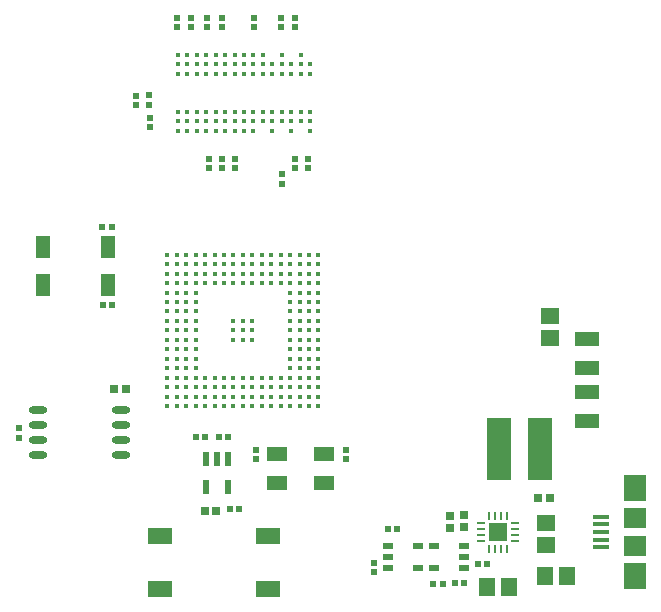
<source format=gbr>
%TF.GenerationSoftware,Altium Limited,Altium Designer,20.0.12 (288)*%
G04 Layer_Color=8421504*
%FSLAX43Y43*%
%MOMM*%
%TF.FileFunction,Paste,Top*%
%TF.Part,Single*%
G01*
G75*
%TA.AperFunction,SMDPad,CuDef*%
%ADD10R,0.580X0.540*%
G04:AMPARAMS|DCode=11|XSize=0.55mm|YSize=0.8mm|CornerRadius=0.05mm|HoleSize=0mm|Usage=FLASHONLY|Rotation=270.000|XOffset=0mm|YOffset=0mm|HoleType=Round|Shape=RoundedRectangle|*
%AMROUNDEDRECTD11*
21,1,0.550,0.701,0,0,270.0*
21,1,0.451,0.800,0,0,270.0*
1,1,0.099,-0.351,-0.226*
1,1,0.099,-0.351,0.226*
1,1,0.099,0.351,0.226*
1,1,0.099,0.351,-0.226*
%
%ADD11ROUNDEDRECTD11*%
%ADD12R,0.650X0.650*%
G04:AMPARAMS|DCode=13|XSize=0.25mm|YSize=0.6mm|CornerRadius=0.05mm|HoleSize=0mm|Usage=FLASHONLY|Rotation=0.000|XOffset=0mm|YOffset=0mm|HoleType=Round|Shape=RoundedRectangle|*
%AMROUNDEDRECTD13*
21,1,0.250,0.500,0,0,0.0*
21,1,0.150,0.600,0,0,0.0*
1,1,0.100,0.075,-0.250*
1,1,0.100,-0.075,-0.250*
1,1,0.100,-0.075,0.250*
1,1,0.100,0.075,0.250*
%
%ADD13ROUNDEDRECTD13*%
G04:AMPARAMS|DCode=14|XSize=0.25mm|YSize=0.6mm|CornerRadius=0.05mm|HoleSize=0mm|Usage=FLASHONLY|Rotation=270.000|XOffset=0mm|YOffset=0mm|HoleType=Round|Shape=RoundedRectangle|*
%AMROUNDEDRECTD14*
21,1,0.250,0.500,0,0,270.0*
21,1,0.150,0.600,0,0,270.0*
1,1,0.100,-0.250,-0.075*
1,1,0.100,-0.250,0.075*
1,1,0.100,0.250,0.075*
1,1,0.100,0.250,-0.075*
%
%ADD14ROUNDEDRECTD14*%
%ADD16R,0.540X0.580*%
%ADD17R,1.800X1.200*%
%ADD18R,0.650X0.650*%
%ADD19R,2.100X1.400*%
%ADD20O,1.550X0.600*%
%TA.AperFunction,BGAPad,CuDef*%
%ADD21C,0.370*%
%TA.AperFunction,SMDPad,CuDef*%
%ADD22R,1.300X1.900*%
%TA.AperFunction,BGAPad,CuDef*%
%ADD23C,0.400*%
%TA.AperFunction,ConnectorPad*%
%ADD24R,0.540X0.580*%
%TA.AperFunction,SMDPad,CuDef*%
%ADD25R,1.450X1.550*%
%ADD26R,1.900X1.800*%
%ADD27R,1.900X2.300*%
%ADD28R,1.400X0.400*%
%ADD29R,1.550X1.450*%
%ADD30R,2.000X5.300*%
%TA.AperFunction,ConnectorPad*%
%ADD31R,2.000X1.200*%
%ADD32R,0.551X1.311*%
%TA.AperFunction,OtherPad,Pad U3-17 (119.58mm,47.8mm)*%
G04:AMPARAMS|DCode=77|XSize=1.55mm|YSize=1.55mm|CornerRadius=0.047mm|HoleSize=0mm|Usage=FLASHONLY|Rotation=270.000|XOffset=0mm|YOffset=0mm|HoleType=Round|Shape=RoundedRectangle|*
%AMROUNDEDRECTD77*
21,1,1.550,1.457,0,0,270.0*
21,1,1.457,1.550,0,0,270.0*
1,1,0.093,-0.729,-0.729*
1,1,0.093,-0.729,0.729*
1,1,0.093,0.729,0.729*
1,1,0.093,0.729,-0.729*
%
%ADD77ROUNDEDRECTD77*%
D10*
X118627Y45096D02*
D03*
X117847D02*
D03*
X111041Y48057D02*
D03*
X110261D02*
D03*
X96707Y55855D02*
D03*
X95927D02*
D03*
X94031D02*
D03*
X94811D02*
D03*
X96892Y49733D02*
D03*
X97672D02*
D03*
X86097Y67056D02*
D03*
X86877D02*
D03*
X86088Y73660D02*
D03*
X86868D02*
D03*
X114113Y43459D02*
D03*
X114893D02*
D03*
X116722Y43485D02*
D03*
X115942D02*
D03*
D11*
X114168Y44770D02*
D03*
Y46670D02*
D03*
X116718D02*
D03*
Y45720D02*
D03*
Y44770D02*
D03*
X112832Y46645D02*
D03*
Y44745D02*
D03*
X110282D02*
D03*
Y45695D02*
D03*
Y46645D02*
D03*
D12*
X115494Y48202D02*
D03*
Y49202D02*
D03*
X116713Y49228D02*
D03*
Y48228D02*
D03*
D13*
X120330Y49200D02*
D03*
X119830D02*
D03*
X119330D02*
D03*
X118830D02*
D03*
Y46400D02*
D03*
X119330D02*
D03*
X119830D02*
D03*
X120330D02*
D03*
D14*
X118180Y48550D02*
D03*
Y48050D02*
D03*
Y47550D02*
D03*
Y47050D02*
D03*
X120980D02*
D03*
Y47550D02*
D03*
Y48050D02*
D03*
Y48550D02*
D03*
D16*
X109118Y44416D02*
D03*
Y45196D02*
D03*
X106680Y53966D02*
D03*
Y54746D02*
D03*
X99060Y54746D02*
D03*
Y53966D02*
D03*
X79019Y56600D02*
D03*
Y55820D02*
D03*
X103505Y78659D02*
D03*
Y79439D02*
D03*
X102387Y78655D02*
D03*
Y79435D02*
D03*
X101270Y78098D02*
D03*
Y77318D02*
D03*
X97281Y78655D02*
D03*
Y79435D02*
D03*
X96176Y78655D02*
D03*
Y79435D02*
D03*
X95072Y78659D02*
D03*
Y79439D02*
D03*
X90076Y82889D02*
D03*
Y82109D02*
D03*
X90018Y84013D02*
D03*
Y84793D02*
D03*
X88900Y84752D02*
D03*
Y83972D02*
D03*
D17*
X100870Y54413D02*
D03*
X104870D02*
D03*
Y52013D02*
D03*
X100870D02*
D03*
D18*
X94742Y49581D02*
D03*
X95742D02*
D03*
X87054Y59919D02*
D03*
X88054D02*
D03*
X122995Y50709D02*
D03*
X123995D02*
D03*
D19*
X90979Y42987D02*
D03*
X100079D02*
D03*
X90979Y47487D02*
D03*
X100079D02*
D03*
D20*
X87700Y54321D02*
D03*
Y55591D02*
D03*
Y56861D02*
D03*
Y58131D02*
D03*
X80600Y54321D02*
D03*
Y55591D02*
D03*
Y56861D02*
D03*
Y58131D02*
D03*
D21*
X104381Y58497D02*
D03*
X103581D02*
D03*
X102781D02*
D03*
X101981D02*
D03*
X101181D02*
D03*
X100381D02*
D03*
X99581D02*
D03*
X98781D02*
D03*
X97981D02*
D03*
X97181D02*
D03*
X96381D02*
D03*
X95581D02*
D03*
X94781D02*
D03*
X93981D02*
D03*
X93181D02*
D03*
X92381D02*
D03*
X91581D02*
D03*
X104381Y59297D02*
D03*
X103581D02*
D03*
X102781D02*
D03*
X101981D02*
D03*
X101181D02*
D03*
X100381D02*
D03*
X99581D02*
D03*
X98781D02*
D03*
X97981D02*
D03*
X97181D02*
D03*
X96381D02*
D03*
X95581D02*
D03*
X94781D02*
D03*
X93981D02*
D03*
X93181D02*
D03*
X92381D02*
D03*
X91581D02*
D03*
X104381Y60097D02*
D03*
X103581D02*
D03*
X102781D02*
D03*
X101981D02*
D03*
X101181D02*
D03*
X100381D02*
D03*
X99581D02*
D03*
X98781D02*
D03*
X97981D02*
D03*
X97181D02*
D03*
X96381D02*
D03*
X95581D02*
D03*
X94781D02*
D03*
X93981D02*
D03*
X93181D02*
D03*
X92381D02*
D03*
X91581D02*
D03*
X104381Y60897D02*
D03*
X103581D02*
D03*
X102781D02*
D03*
X101981D02*
D03*
X101181D02*
D03*
X100381D02*
D03*
X99581D02*
D03*
X98781D02*
D03*
X97981D02*
D03*
X97181D02*
D03*
X96381D02*
D03*
X95581D02*
D03*
X94781D02*
D03*
X93981D02*
D03*
X93181D02*
D03*
X92381D02*
D03*
X91581D02*
D03*
X104381Y61697D02*
D03*
X103581D02*
D03*
X102781D02*
D03*
X101981D02*
D03*
X93981D02*
D03*
X93181D02*
D03*
X92381D02*
D03*
X91581D02*
D03*
X104381Y62497D02*
D03*
X103581D02*
D03*
X102781D02*
D03*
X101981D02*
D03*
X93981D02*
D03*
X93181D02*
D03*
X92381D02*
D03*
X91581D02*
D03*
X104381Y63297D02*
D03*
X103581D02*
D03*
X102781D02*
D03*
X101981D02*
D03*
X93981D02*
D03*
X93181D02*
D03*
X92381D02*
D03*
X91581D02*
D03*
X104381Y64097D02*
D03*
X103581D02*
D03*
X102781D02*
D03*
X101981D02*
D03*
X98781D02*
D03*
X97981D02*
D03*
X97181D02*
D03*
X93981D02*
D03*
X93181D02*
D03*
X92381D02*
D03*
X91581D02*
D03*
X104381Y64897D02*
D03*
X103581D02*
D03*
X102781D02*
D03*
X101981D02*
D03*
X98781D02*
D03*
X97981D02*
D03*
X97181D02*
D03*
X93981D02*
D03*
X93181D02*
D03*
X92381D02*
D03*
X91581D02*
D03*
X104381Y65697D02*
D03*
X103581D02*
D03*
X102781D02*
D03*
X101981D02*
D03*
X98781D02*
D03*
X97981D02*
D03*
X97181D02*
D03*
X93981D02*
D03*
X93181D02*
D03*
X92381D02*
D03*
X91581D02*
D03*
X104381Y66497D02*
D03*
X103581D02*
D03*
X102781D02*
D03*
X101981D02*
D03*
X93981D02*
D03*
X93181D02*
D03*
X92381D02*
D03*
X91581D02*
D03*
X104381Y67297D02*
D03*
X103581D02*
D03*
X102781D02*
D03*
X101981D02*
D03*
X93981D02*
D03*
X93181D02*
D03*
X92381D02*
D03*
X91581D02*
D03*
X104381Y68097D02*
D03*
X103581D02*
D03*
X102781D02*
D03*
X101981D02*
D03*
X93981D02*
D03*
X93181D02*
D03*
X92381D02*
D03*
X91581D02*
D03*
X104381Y68897D02*
D03*
X103581D02*
D03*
X102781D02*
D03*
X101981D02*
D03*
X101181D02*
D03*
X100381D02*
D03*
X99581D02*
D03*
X98781D02*
D03*
X97981D02*
D03*
X97181D02*
D03*
X96381D02*
D03*
X95581D02*
D03*
X94781D02*
D03*
X93981D02*
D03*
X93181D02*
D03*
X92381D02*
D03*
X91581D02*
D03*
X104381Y69697D02*
D03*
X103581D02*
D03*
X102781D02*
D03*
X101981D02*
D03*
X101181D02*
D03*
X100381D02*
D03*
X99581D02*
D03*
X98781D02*
D03*
X97981D02*
D03*
X97181D02*
D03*
X96381D02*
D03*
X95581D02*
D03*
X94781D02*
D03*
X93981D02*
D03*
X93181D02*
D03*
X92381D02*
D03*
X91581D02*
D03*
X104381Y70497D02*
D03*
X103581D02*
D03*
X102781D02*
D03*
X101981D02*
D03*
X101181D02*
D03*
X100381D02*
D03*
X99581D02*
D03*
X98781D02*
D03*
X97981D02*
D03*
X97181D02*
D03*
X96381D02*
D03*
X95581D02*
D03*
X94781D02*
D03*
X93981D02*
D03*
X93181D02*
D03*
X92381D02*
D03*
X91581D02*
D03*
X104381Y71297D02*
D03*
X103581D02*
D03*
X102781D02*
D03*
X101981D02*
D03*
X101181D02*
D03*
X100381D02*
D03*
X99581D02*
D03*
X98781D02*
D03*
X97981D02*
D03*
X97181D02*
D03*
X96381D02*
D03*
X95581D02*
D03*
X94781D02*
D03*
X93981D02*
D03*
X93181D02*
D03*
X92381D02*
D03*
X91581D02*
D03*
D22*
X81070Y71958D02*
D03*
Y68758D02*
D03*
X86570Y71958D02*
D03*
Y68758D02*
D03*
D23*
X92470Y81814D02*
D03*
Y82614D02*
D03*
Y83414D02*
D03*
Y86614D02*
D03*
Y87414D02*
D03*
Y88214D02*
D03*
X93270Y81814D02*
D03*
Y82614D02*
D03*
Y83414D02*
D03*
Y86614D02*
D03*
Y87414D02*
D03*
Y88214D02*
D03*
X94070Y81814D02*
D03*
Y82614D02*
D03*
Y83414D02*
D03*
Y86614D02*
D03*
Y87414D02*
D03*
Y88214D02*
D03*
X94870Y81814D02*
D03*
Y82614D02*
D03*
Y83414D02*
D03*
Y86614D02*
D03*
Y87414D02*
D03*
Y88214D02*
D03*
X95670Y81814D02*
D03*
Y82614D02*
D03*
Y83414D02*
D03*
Y86614D02*
D03*
Y87414D02*
D03*
Y88214D02*
D03*
X96470Y81814D02*
D03*
Y82614D02*
D03*
Y83414D02*
D03*
Y86614D02*
D03*
Y87414D02*
D03*
Y88214D02*
D03*
X97270Y81814D02*
D03*
Y82614D02*
D03*
Y83414D02*
D03*
Y86614D02*
D03*
Y87414D02*
D03*
Y88214D02*
D03*
X98070Y81814D02*
D03*
Y82614D02*
D03*
Y83414D02*
D03*
Y86614D02*
D03*
Y87414D02*
D03*
Y88214D02*
D03*
X98870Y81814D02*
D03*
Y82614D02*
D03*
Y83414D02*
D03*
Y86614D02*
D03*
Y87414D02*
D03*
Y88214D02*
D03*
X99670Y82614D02*
D03*
Y83414D02*
D03*
Y86614D02*
D03*
Y87414D02*
D03*
Y88214D02*
D03*
X100470Y81814D02*
D03*
Y82614D02*
D03*
Y83414D02*
D03*
Y86614D02*
D03*
Y87414D02*
D03*
X101270Y82614D02*
D03*
Y83414D02*
D03*
Y86614D02*
D03*
Y87414D02*
D03*
Y88214D02*
D03*
X102070Y81814D02*
D03*
Y82614D02*
D03*
Y83414D02*
D03*
Y86614D02*
D03*
Y87414D02*
D03*
X102870Y82614D02*
D03*
Y83414D02*
D03*
Y86614D02*
D03*
Y87414D02*
D03*
Y88214D02*
D03*
X103670Y81814D02*
D03*
Y82614D02*
D03*
Y83414D02*
D03*
Y86614D02*
D03*
Y87414D02*
D03*
D24*
X102362Y91373D02*
D03*
Y90593D02*
D03*
X101244Y91368D02*
D03*
Y90588D02*
D03*
X98908Y91368D02*
D03*
Y90588D02*
D03*
X96215Y91368D02*
D03*
Y90588D02*
D03*
X94971Y91373D02*
D03*
Y90593D02*
D03*
X93599Y91368D02*
D03*
Y90588D02*
D03*
X92431Y91368D02*
D03*
Y90588D02*
D03*
D25*
X118622Y43140D02*
D03*
X120472D02*
D03*
X125436Y44080D02*
D03*
X123586D02*
D03*
D26*
X131143Y48978D02*
D03*
Y46678D02*
D03*
D27*
Y51578D02*
D03*
Y44078D02*
D03*
D28*
X128293Y49128D02*
D03*
Y48478D02*
D03*
Y47828D02*
D03*
Y47178D02*
D03*
Y46528D02*
D03*
D29*
X123647Y48586D02*
D03*
Y46736D02*
D03*
X123977Y66091D02*
D03*
Y64241D02*
D03*
D30*
X119662Y54849D02*
D03*
X123162D02*
D03*
D31*
X127118Y57191D02*
D03*
Y59691D02*
D03*
Y61691D02*
D03*
Y64191D02*
D03*
D32*
X96733Y51607D02*
D03*
X94833D02*
D03*
Y54007D02*
D03*
X95783D02*
D03*
X96733D02*
D03*
D77*
X119580Y47800D02*
D03*
%TF.MD5,d0505303a58588caa7ef593b2c560590*%
M02*

</source>
